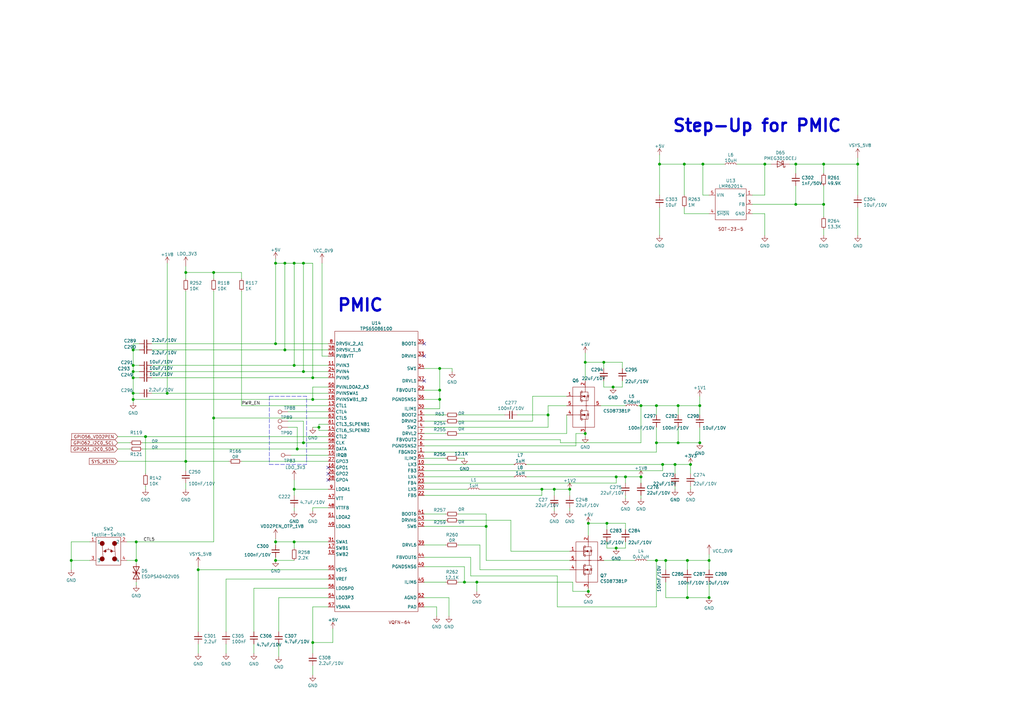
<source format=kicad_sch>
(kicad_sch (version 20210126) (generator eeschema)
  (paper "A3")
  (title_block (title "Beagle V") (date "2021-06-11") (rev "v0.7"))
  (junction (at 29.21 229.87) (diameter 1.016))
  (junction (at 54.61 143.51) (diameter 1.016))
  (junction (at 54.61 149.86) (diameter 1.016))
  (junction (at 54.61 152.4) (diameter 1.016))
  (junction (at 54.61 154.94) (diameter 1.016))
  (junction (at 54.61 161.29) (diameter 1.016))
  (junction (at 54.61 163.83) (diameter 1.016))
  (junction (at 55.88 222.25) (diameter 1.016))
  (junction (at 55.88 229.87) (diameter 1.016))
  (junction (at 59.69 179.07) (diameter 1.016))
  (junction (at 68.58 161.29) (diameter 1.016))
  (junction (at 76.2 111.76) (diameter 1.016))
  (junction (at 76.2 189.23) (diameter 1.016))
  (junction (at 81.28 233.68) (diameter 1.016))
  (junction (at 87.63 111.76) (diameter 1.016))
  (junction (at 87.63 171.45) (diameter 1.016))
  (junction (at 113.03 107.95) (diameter 1.016))
  (junction (at 113.03 140.97) (diameter 1.016))
  (junction (at 113.03 222.25) (diameter 1.016))
  (junction (at 113.03 229.87) (diameter 1.016))
  (junction (at 116.84 107.95) (diameter 1.016))
  (junction (at 116.84 143.51) (diameter 1.016))
  (junction (at 120.65 107.95) (diameter 1.016))
  (junction (at 120.65 149.86) (diameter 1.016))
  (junction (at 120.65 200.66) (diameter 1.016))
  (junction (at 120.65 222.25) (diameter 1.016))
  (junction (at 121.92 184.15) (diameter 1.016))
  (junction (at 124.46 107.95) (diameter 1.016))
  (junction (at 124.46 152.4) (diameter 1.016))
  (junction (at 124.46 181.61) (diameter 1.016))
  (junction (at 128.27 154.94) (diameter 1.016))
  (junction (at 128.27 163.83) (diameter 1.016))
  (junction (at 128.27 263.525) (diameter 1.016))
  (junction (at 130.81 175.26) (diameter 1.016))
  (junction (at 180.34 151.13) (diameter 1.016))
  (junction (at 180.34 160.02) (diameter 1.016))
  (junction (at 180.34 163.83) (diameter 1.016))
  (junction (at 190.5 238.76) (diameter 1.016))
  (junction (at 195.58 238.76) (diameter 1.016))
  (junction (at 199.39 215.9) (diameter 1.016))
  (junction (at 222.25 200.66) (diameter 1.016))
  (junction (at 224.79 170.18) (diameter 1.016))
  (junction (at 227.33 200.66) (diameter 1.016))
  (junction (at 233.68 200.66) (diameter 1.016))
  (junction (at 240.03 148.59) (diameter 1.016))
  (junction (at 240.03 177.8) (diameter 1.016))
  (junction (at 241.3 214.63) (diameter 1.016))
  (junction (at 241.3 242.57) (diameter 1.016))
  (junction (at 247.65 148.59) (diameter 1.016))
  (junction (at 248.92 214.63) (diameter 1.016))
  (junction (at 251.46 158.75) (diameter 1.016))
  (junction (at 252.73 195.58) (diameter 1.016))
  (junction (at 252.73 224.79) (diameter 1.016))
  (junction (at 256.54 195.58) (diameter 1.016))
  (junction (at 262.89 166.37) (diameter 1.016))
  (junction (at 262.89 195.58) (diameter 1.016))
  (junction (at 269.24 166.37) (diameter 1.016))
  (junction (at 269.24 181.61) (diameter 1.016))
  (junction (at 269.24 229.87) (diameter 1.016))
  (junction (at 270.51 67.31) (diameter 1.016))
  (junction (at 271.78 190.5) (diameter 1.016))
  (junction (at 273.05 229.87) (diameter 1.016))
  (junction (at 276.86 190.5) (diameter 1.016))
  (junction (at 278.13 166.37) (diameter 1.016))
  (junction (at 278.13 181.61) (diameter 1.016))
  (junction (at 280.67 67.31) (diameter 1.016))
  (junction (at 281.94 229.87) (diameter 1.016))
  (junction (at 281.94 245.11) (diameter 1.016))
  (junction (at 283.21 190.5) (diameter 1.016))
  (junction (at 287.02 166.37) (diameter 1.016))
  (junction (at 287.02 181.61) (diameter 1.016))
  (junction (at 288.29 67.31) (diameter 1.016))
  (junction (at 290.83 229.87) (diameter 1.016))
  (junction (at 290.83 245.11) (diameter 1.016))
  (junction (at 313.69 67.31) (diameter 1.016))
  (junction (at 326.39 67.31) (diameter 1.016))
  (junction (at 326.39 83.82) (diameter 1.016))
  (junction (at 337.82 67.31) (diameter 1.016))
  (junction (at 337.82 83.82) (diameter 1.016))
  (junction (at 351.79 67.31) (diameter 1.016))
  (no_connect (at 134.62 191.77))
  (no_connect (at 134.62 194.31))
  (no_connect (at 134.62 196.85))
  (no_connect (at 173.99 140.97))
  (no_connect (at 173.99 146.05))
  (no_connect (at 173.99 156.21))
  (wire (pts (xy 29.21 222.25) (xy 29.21 229.87)))
  (wire (pts (xy 29.21 229.87) (xy 29.21 233.68)))
  (wire (pts (xy 29.21 229.87) (xy 36.83 229.87)))
  (wire (pts (xy 36.83 222.25) (xy 29.21 222.25)))
  (wire (pts (xy 48.26 179.07) (xy 59.69 179.07)))
  (wire (pts (xy 48.26 181.61) (xy 53.34 181.61)))
  (wire (pts (xy 48.26 184.15) (xy 53.34 184.15)))
  (wire (pts (xy 48.26 189.23) (xy 76.2 189.23)))
  (wire (pts (xy 52.07 222.25) (xy 55.88 222.25)))
  (wire (pts (xy 52.07 229.87) (xy 55.88 229.87)))
  (wire (pts (xy 54.61 140.97) (xy 54.61 143.51)))
  (wire (pts (xy 54.61 143.51) (xy 54.61 149.86)))
  (wire (pts (xy 54.61 143.51) (xy 57.15 143.51)))
  (wire (pts (xy 54.61 149.86) (xy 54.61 152.4)))
  (wire (pts (xy 54.61 149.86) (xy 57.15 149.86)))
  (wire (pts (xy 54.61 152.4) (xy 54.61 154.94)))
  (wire (pts (xy 54.61 152.4) (xy 57.15 152.4)))
  (wire (pts (xy 54.61 154.94) (xy 54.61 161.29)))
  (wire (pts (xy 54.61 154.94) (xy 57.15 154.94)))
  (wire (pts (xy 54.61 161.29) (xy 54.61 163.83)))
  (wire (pts (xy 54.61 161.29) (xy 57.15 161.29)))
  (wire (pts (xy 54.61 163.83) (xy 54.61 165.1)))
  (wire (pts (xy 54.61 163.83) (xy 128.27 163.83)))
  (wire (pts (xy 55.88 222.25) (xy 55.88 229.87)))
  (wire (pts (xy 55.88 222.25) (xy 87.63 222.25)))
  (wire (pts (xy 55.88 229.87) (xy 55.88 231.14)))
  (wire (pts (xy 55.88 238.76) (xy 55.88 240.03)))
  (wire (pts (xy 57.15 140.97) (xy 54.61 140.97)))
  (wire (pts (xy 58.42 181.61) (xy 124.46 181.61)))
  (wire (pts (xy 58.42 184.15) (xy 121.92 184.15)))
  (wire (pts (xy 59.69 179.07) (xy 59.69 194.31)))
  (wire (pts (xy 59.69 179.07) (xy 134.62 179.07)))
  (wire (pts (xy 59.69 199.39) (xy 59.69 200.66)))
  (wire (pts (xy 62.23 140.97) (xy 113.03 140.97)))
  (wire (pts (xy 62.23 143.51) (xy 116.84 143.51)))
  (wire (pts (xy 62.23 149.86) (xy 120.65 149.86)))
  (wire (pts (xy 62.23 152.4) (xy 124.46 152.4)))
  (wire (pts (xy 62.23 154.94) (xy 128.27 154.94)))
  (wire (pts (xy 62.23 161.29) (xy 68.58 161.29)))
  (wire (pts (xy 68.58 107.95) (xy 68.58 161.29)))
  (wire (pts (xy 68.58 161.29) (xy 134.62 161.29)))
  (wire (pts (xy 76.2 109.22) (xy 76.2 111.76)))
  (wire (pts (xy 76.2 111.76) (xy 76.2 114.3)))
  (wire (pts (xy 76.2 111.76) (xy 87.63 111.76)))
  (wire (pts (xy 76.2 189.23) (xy 76.2 119.38)))
  (wire (pts (xy 76.2 189.23) (xy 76.2 193.04)))
  (wire (pts (xy 76.2 198.12) (xy 76.2 200.66)))
  (wire (pts (xy 81.28 232.41) (xy 81.28 233.68)))
  (wire (pts (xy 81.28 233.68) (xy 81.28 259.08)))
  (wire (pts (xy 81.28 264.16) (xy 81.28 267.97)))
  (wire (pts (xy 87.63 111.76) (xy 87.63 114.3)))
  (wire (pts (xy 87.63 111.76) (xy 99.06 111.76)))
  (wire (pts (xy 87.63 171.45) (xy 87.63 119.38)))
  (wire (pts (xy 87.63 222.25) (xy 87.63 171.45)))
  (wire (pts (xy 92.71 237.49) (xy 134.62 237.49)))
  (wire (pts (xy 92.71 259.08) (xy 92.71 237.49)))
  (wire (pts (xy 92.71 264.16) (xy 92.71 267.97)))
  (wire (pts (xy 93.98 189.23) (xy 76.2 189.23)))
  (wire (pts (xy 99.06 114.3) (xy 99.06 111.76)))
  (wire (pts (xy 99.06 166.37) (xy 99.06 119.38)))
  (wire (pts (xy 99.06 189.23) (xy 134.62 189.23)))
  (wire (pts (xy 104.14 241.3) (xy 104.14 259.08)))
  (wire (pts (xy 104.14 264.16) (xy 104.14 267.97)))
  (wire (pts (xy 113.03 106.045) (xy 113.03 107.95)))
  (wire (pts (xy 113.03 107.95) (xy 116.84 107.95)))
  (wire (pts (xy 113.03 140.97) (xy 113.03 107.95)))
  (wire (pts (xy 113.03 140.97) (xy 134.62 140.97)))
  (wire (pts (xy 113.03 220.98) (xy 113.03 222.25)))
  (wire (pts (xy 113.03 222.25) (xy 120.65 222.25)))
  (wire (pts (xy 113.03 223.52) (xy 113.03 222.25)))
  (wire (pts (xy 113.03 228.6) (xy 113.03 229.87)))
  (wire (pts (xy 113.03 229.87) (xy 120.65 229.87)))
  (wire (pts (xy 114.3 245.11) (xy 134.62 245.11)))
  (wire (pts (xy 114.3 259.08) (xy 114.3 245.11)))
  (wire (pts (xy 114.3 264.16) (xy 114.3 269.24)))
  (wire (pts (xy 116.84 107.95) (xy 116.84 143.51)))
  (wire (pts (xy 116.84 143.51) (xy 134.62 143.51)))
  (wire (pts (xy 118.11 168.91) (xy 134.62 168.91)))
  (wire (pts (xy 118.11 172.72) (xy 124.46 172.72)))
  (wire (pts (xy 118.11 175.26) (xy 121.92 175.26)))
  (wire (pts (xy 119.38 186.69) (xy 134.62 186.69)))
  (wire (pts (xy 120.65 107.95) (xy 116.84 107.95)))
  (wire (pts (xy 120.65 107.95) (xy 124.46 107.95)))
  (wire (pts (xy 120.65 149.86) (xy 120.65 107.95)))
  (wire (pts (xy 120.65 149.86) (xy 134.62 149.86)))
  (wire (pts (xy 120.65 196.85) (xy 120.65 200.66)))
  (wire (pts (xy 120.65 200.66) (xy 120.65 203.2)))
  (wire (pts (xy 120.65 208.28) (xy 120.65 209.55)))
  (wire (pts (xy 120.65 222.25) (xy 120.65 224.79)))
  (wire (pts (xy 120.65 222.25) (xy 134.62 222.25)))
  (wire (pts (xy 121.92 175.26) (xy 121.92 184.15)))
  (wire (pts (xy 121.92 184.15) (xy 134.62 184.15)))
  (wire (pts (xy 124.46 107.95) (xy 128.27 107.95)))
  (wire (pts (xy 124.46 152.4) (xy 124.46 107.95)))
  (wire (pts (xy 124.46 152.4) (xy 134.62 152.4)))
  (wire (pts (xy 124.46 172.72) (xy 124.46 181.61)))
  (wire (pts (xy 124.46 181.61) (xy 134.62 181.61)))
  (wire (pts (xy 128.27 154.94) (xy 128.27 107.95)))
  (wire (pts (xy 128.27 154.94) (xy 134.62 154.94)))
  (wire (pts (xy 128.27 158.75) (xy 128.27 163.83)))
  (wire (pts (xy 128.27 163.83) (xy 134.62 163.83)))
  (wire (pts (xy 128.27 175.26) (xy 130.81 175.26)))
  (wire (pts (xy 128.27 208.28) (xy 134.62 208.28)))
  (wire (pts (xy 128.27 209.55) (xy 128.27 208.28)))
  (wire (pts (xy 128.27 248.92) (xy 134.62 248.92)))
  (wire (pts (xy 128.27 263.525) (xy 128.27 248.92)))
  (wire (pts (xy 128.27 263.525) (xy 136.525 263.525)))
  (wire (pts (xy 128.27 267.97) (xy 128.27 263.525)))
  (wire (pts (xy 128.27 273.05) (xy 128.27 276.86)))
  (wire (pts (xy 130.81 173.99) (xy 134.62 173.99)))
  (wire (pts (xy 130.81 175.26) (xy 130.81 173.99)))
  (wire (pts (xy 130.81 176.53) (xy 130.81 175.26)))
  (wire (pts (xy 132.08 107.95) (xy 132.08 146.05)))
  (wire (pts (xy 134.62 146.05) (xy 132.08 146.05)))
  (wire (pts (xy 134.62 158.75) (xy 128.27 158.75)))
  (wire (pts (xy 134.62 166.37) (xy 99.06 166.37)))
  (wire (pts (xy 134.62 171.45) (xy 87.63 171.45)))
  (wire (pts (xy 134.62 176.53) (xy 130.81 176.53)))
  (wire (pts (xy 134.62 200.66) (xy 120.65 200.66)))
  (wire (pts (xy 134.62 233.68) (xy 81.28 233.68)))
  (wire (pts (xy 134.62 241.3) (xy 104.14 241.3)))
  (wire (pts (xy 136.525 257.81) (xy 136.525 263.525)))
  (wire (pts (xy 173.99 151.13) (xy 180.34 151.13)))
  (wire (pts (xy 173.99 160.02) (xy 180.34 160.02)))
  (wire (pts (xy 173.99 163.83) (xy 180.34 163.83)))
  (wire (pts (xy 173.99 170.18) (xy 182.88 170.18)))
  (wire (pts (xy 173.99 172.72) (xy 182.88 172.72)))
  (wire (pts (xy 173.99 175.26) (xy 224.79 175.26)))
  (wire (pts (xy 173.99 177.8) (xy 182.88 177.8)))
  (wire (pts (xy 173.99 180.34) (xy 229.87 180.34)))
  (wire (pts (xy 173.99 182.88) (xy 236.22 182.88)))
  (wire (pts (xy 173.99 185.42) (xy 269.24 185.42)))
  (wire (pts (xy 173.99 187.96) (xy 182.88 187.96)))
  (wire (pts (xy 173.99 190.5) (xy 210.82 190.5)))
  (wire (pts (xy 173.99 193.04) (xy 271.78 193.04)))
  (wire (pts (xy 173.99 195.58) (xy 210.82 195.58)))
  (wire (pts (xy 173.99 198.12) (xy 252.73 198.12)))
  (wire (pts (xy 173.99 200.66) (xy 191.77 200.66)))
  (wire (pts (xy 173.99 203.2) (xy 222.25 203.2)))
  (wire (pts (xy 173.99 210.82) (xy 182.88 210.82)))
  (wire (pts (xy 173.99 213.36) (xy 182.88 213.36)))
  (wire (pts (xy 173.99 215.9) (xy 199.39 215.9)))
  (wire (pts (xy 173.99 223.52) (xy 182.88 223.52)))
  (wire (pts (xy 173.99 228.6) (xy 193.04 228.6)))
  (wire (pts (xy 173.99 232.41) (xy 190.5 232.41)))
  (wire (pts (xy 173.99 238.76) (xy 182.88 238.76)))
  (wire (pts (xy 173.99 245.11) (xy 184.15 245.11)))
  (wire (pts (xy 173.99 248.92) (xy 179.07 248.92)))
  (wire (pts (xy 179.07 248.92) (xy 179.07 252.73)))
  (wire (pts (xy 180.34 151.13) (xy 180.34 160.02)))
  (wire (pts (xy 180.34 160.02) (xy 180.34 163.83)))
  (wire (pts (xy 180.34 163.83) (xy 180.34 167.64)))
  (wire (pts (xy 180.34 167.64) (xy 173.99 167.64)))
  (wire (pts (xy 184.15 245.11) (xy 184.15 252.73)))
  (wire (pts (xy 185.42 151.13) (xy 180.34 151.13)))
  (wire (pts (xy 185.42 152.4) (xy 185.42 151.13)))
  (wire (pts (xy 187.96 170.18) (xy 207.01 170.18)))
  (wire (pts (xy 187.96 172.72) (xy 218.44 172.72)))
  (wire (pts (xy 187.96 177.8) (xy 232.41 177.8)))
  (wire (pts (xy 187.96 187.96) (xy 190.5 187.96)))
  (wire (pts (xy 187.96 213.36) (xy 209.55 213.36)))
  (wire (pts (xy 187.96 223.52) (xy 196.85 223.52)))
  (wire (pts (xy 187.96 238.76) (xy 190.5 238.76)))
  (wire (pts (xy 190.5 232.41) (xy 190.5 238.76)))
  (wire (pts (xy 190.5 238.76) (xy 195.58 238.76)))
  (wire (pts (xy 193.04 228.6) (xy 193.04 236.22)))
  (wire (pts (xy 193.04 236.22) (xy 228.6 236.22)))
  (wire (pts (xy 195.58 238.76) (xy 234.95 238.76)))
  (wire (pts (xy 195.58 242.57) (xy 195.58 238.76)))
  (wire (pts (xy 196.85 200.66) (xy 222.25 200.66)))
  (wire (pts (xy 196.85 223.52) (xy 196.85 233.68)))
  (wire (pts (xy 196.85 233.68) (xy 233.68 233.68)))
  (wire (pts (xy 199.39 210.82) (xy 187.96 210.82)))
  (wire (pts (xy 199.39 215.9) (xy 199.39 210.82)))
  (wire (pts (xy 199.39 229.87) (xy 199.39 215.9)))
  (wire (pts (xy 209.55 213.36) (xy 209.55 226.06)))
  (wire (pts (xy 209.55 226.06) (xy 233.68 226.06)))
  (wire (pts (xy 212.09 170.18) (xy 224.79 170.18)))
  (wire (pts (xy 218.44 162.56) (xy 232.41 162.56)))
  (wire (pts (xy 218.44 172.72) (xy 218.44 162.56)))
  (wire (pts (xy 222.25 200.66) (xy 227.33 200.66)))
  (wire (pts (xy 222.25 203.2) (xy 222.25 200.66)))
  (wire (pts (xy 224.79 166.37) (xy 232.41 166.37)))
  (wire (pts (xy 224.79 170.18) (xy 224.79 166.37)))
  (wire (pts (xy 224.79 175.26) (xy 224.79 170.18)))
  (wire (pts (xy 227.33 200.66) (xy 227.33 203.2)))
  (wire (pts (xy 227.33 200.66) (xy 233.68 200.66)))
  (wire (pts (xy 227.33 208.28) (xy 227.33 209.55)))
  (wire (pts (xy 228.6 236.22) (xy 228.6 248.92)))
  (wire (pts (xy 228.6 248.92) (xy 269.24 248.92)))
  (wire (pts (xy 229.87 180.34) (xy 229.87 181.61)))
  (wire (pts (xy 229.87 181.61) (xy 262.89 181.61)))
  (wire (pts (xy 232.41 177.8) (xy 232.41 170.18)))
  (wire (pts (xy 233.68 200.66) (xy 233.68 203.2)))
  (wire (pts (xy 233.68 208.28) (xy 233.68 209.55)))
  (wire (pts (xy 233.68 229.87) (xy 199.39 229.87)))
  (wire (pts (xy 234.95 238.76) (xy 234.95 242.57)))
  (wire (pts (xy 234.95 242.57) (xy 241.3 242.57)))
  (wire (pts (xy 236.22 177.8) (xy 240.03 177.8)))
  (wire (pts (xy 236.22 182.88) (xy 236.22 177.8)))
  (wire (pts (xy 240.03 144.78) (xy 240.03 148.59)))
  (wire (pts (xy 240.03 148.59) (xy 240.03 156.21)))
  (wire (pts (xy 240.03 177.8) (xy 240.03 179.07)))
  (wire (pts (xy 241.3 214.63) (xy 241.3 219.71)))
  (wire (pts (xy 241.3 242.57) (xy 241.3 241.3)))
  (wire (pts (xy 246.38 166.37) (xy 256.54 166.37)))
  (wire (pts (xy 247.65 148.59) (xy 240.03 148.59)))
  (wire (pts (xy 247.65 148.59) (xy 255.27 148.59)))
  (wire (pts (xy 247.65 151.13) (xy 247.65 148.59)))
  (wire (pts (xy 247.65 156.21) (xy 247.65 158.75)))
  (wire (pts (xy 247.65 158.75) (xy 251.46 158.75)))
  (wire (pts (xy 247.65 229.87) (xy 260.35 229.87)))
  (wire (pts (xy 248.92 214.63) (xy 241.3 214.63)))
  (wire (pts (xy 248.92 214.63) (xy 256.54 214.63)))
  (wire (pts (xy 248.92 217.17) (xy 248.92 214.63)))
  (wire (pts (xy 248.92 222.25) (xy 248.92 224.79)))
  (wire (pts (xy 248.92 224.79) (xy 252.73 224.79)))
  (wire (pts (xy 251.46 158.75) (xy 255.27 158.75)))
  (wire (pts (xy 252.73 195.58) (xy 215.9 195.58)))
  (wire (pts (xy 252.73 195.58) (xy 256.54 195.58)))
  (wire (pts (xy 252.73 198.12) (xy 252.73 195.58)))
  (wire (pts (xy 252.73 224.79) (xy 256.54 224.79)))
  (wire (pts (xy 255.27 148.59) (xy 255.27 151.13)))
  (wire (pts (xy 255.27 158.75) (xy 255.27 156.21)))
  (wire (pts (xy 256.54 195.58) (xy 256.54 198.12)))
  (wire (pts (xy 256.54 195.58) (xy 262.89 195.58)))
  (wire (pts (xy 256.54 203.2) (xy 256.54 204.47)))
  (wire (pts (xy 256.54 214.63) (xy 256.54 217.17)))
  (wire (pts (xy 256.54 224.79) (xy 256.54 222.25)))
  (wire (pts (xy 262.89 166.37) (xy 261.62 166.37)))
  (wire (pts (xy 262.89 181.61) (xy 262.89 166.37)))
  (wire (pts (xy 262.89 195.58) (xy 262.89 198.12)))
  (wire (pts (xy 262.89 203.2) (xy 262.89 204.47)))
  (wire (pts (xy 265.43 229.87) (xy 269.24 229.87)))
  (wire (pts (xy 269.24 166.37) (xy 262.89 166.37)))
  (wire (pts (xy 269.24 166.37) (xy 269.24 170.18)))
  (wire (pts (xy 269.24 175.26) (xy 269.24 181.61)))
  (wire (pts (xy 269.24 185.42) (xy 269.24 181.61)))
  (wire (pts (xy 269.24 229.87) (xy 273.05 229.87)))
  (wire (pts (xy 269.24 248.92) (xy 269.24 229.87)))
  (wire (pts (xy 270.51 63.5) (xy 270.51 67.31)))
  (wire (pts (xy 270.51 67.31) (xy 280.67 67.31)))
  (wire (pts (xy 270.51 80.01) (xy 270.51 67.31)))
  (wire (pts (xy 270.51 85.09) (xy 270.51 96.52)))
  (wire (pts (xy 271.78 190.5) (xy 215.9 190.5)))
  (wire (pts (xy 271.78 190.5) (xy 276.86 190.5)))
  (wire (pts (xy 271.78 193.04) (xy 271.78 190.5)))
  (wire (pts (xy 273.05 229.87) (xy 273.05 233.68)))
  (wire (pts (xy 273.05 238.76) (xy 273.05 245.11)))
  (wire (pts (xy 276.86 190.5) (xy 276.86 194.31)))
  (wire (pts (xy 276.86 190.5) (xy 283.21 190.5)))
  (wire (pts (xy 276.86 199.39) (xy 276.86 200.66)))
  (wire (pts (xy 278.13 166.37) (xy 269.24 166.37)))
  (wire (pts (xy 278.13 166.37) (xy 278.13 170.18)))
  (wire (pts (xy 278.13 175.26) (xy 278.13 181.61)))
  (wire (pts (xy 278.13 181.61) (xy 269.24 181.61)))
  (wire (pts (xy 280.67 67.31) (xy 288.29 67.31)))
  (wire (pts (xy 280.67 80.01) (xy 280.67 67.31)))
  (wire (pts (xy 280.67 87.63) (xy 280.67 85.09)))
  (wire (pts (xy 281.94 229.87) (xy 273.05 229.87)))
  (wire (pts (xy 281.94 229.87) (xy 281.94 233.68)))
  (wire (pts (xy 281.94 238.76) (xy 281.94 245.11)))
  (wire (pts (xy 281.94 245.11) (xy 273.05 245.11)))
  (wire (pts (xy 283.21 190.5) (xy 283.21 194.31)))
  (wire (pts (xy 283.21 199.39) (xy 283.21 200.66)))
  (wire (pts (xy 287.02 162.56) (xy 287.02 166.37)))
  (wire (pts (xy 287.02 166.37) (xy 278.13 166.37)))
  (wire (pts (xy 287.02 170.18) (xy 287.02 166.37)))
  (wire (pts (xy 287.02 175.26) (xy 287.02 181.61)))
  (wire (pts (xy 287.02 181.61) (xy 278.13 181.61)))
  (wire (pts (xy 288.29 67.31) (xy 297.18 67.31)))
  (wire (pts (xy 288.29 80.01) (xy 288.29 67.31)))
  (wire (pts (xy 290.83 80.01) (xy 288.29 80.01)))
  (wire (pts (xy 290.83 87.63) (xy 280.67 87.63)))
  (wire (pts (xy 290.83 227.33) (xy 290.83 229.87)))
  (wire (pts (xy 290.83 229.87) (xy 281.94 229.87)))
  (wire (pts (xy 290.83 233.68) (xy 290.83 229.87)))
  (wire (pts (xy 290.83 238.76) (xy 290.83 245.11)))
  (wire (pts (xy 290.83 245.11) (xy 281.94 245.11)))
  (wire (pts (xy 302.26 67.31) (xy 313.69 67.31)))
  (wire (pts (xy 308.61 87.63) (xy 313.69 87.63)))
  (wire (pts (xy 313.69 67.31) (xy 313.69 80.01)))
  (wire (pts (xy 313.69 67.31) (xy 316.23 67.31)))
  (wire (pts (xy 313.69 80.01) (xy 308.61 80.01)))
  (wire (pts (xy 313.69 87.63) (xy 313.69 96.52)))
  (wire (pts (xy 323.85 67.31) (xy 326.39 67.31)))
  (wire (pts (xy 326.39 67.31) (xy 326.39 71.12)))
  (wire (pts (xy 326.39 67.31) (xy 337.82 67.31)))
  (wire (pts (xy 326.39 76.2) (xy 326.39 83.82)))
  (wire (pts (xy 326.39 83.82) (xy 308.61 83.82)))
  (wire (pts (xy 337.82 67.31) (xy 337.82 71.12)))
  (wire (pts (xy 337.82 67.31) (xy 351.79 67.31)))
  (wire (pts (xy 337.82 76.2) (xy 337.82 83.82)))
  (wire (pts (xy 337.82 83.82) (xy 326.39 83.82)))
  (wire (pts (xy 337.82 83.82) (xy 337.82 88.9)))
  (wire (pts (xy 337.82 93.98) (xy 337.82 96.52)))
  (wire (pts (xy 351.79 64.77) (xy 351.79 67.31)))
  (wire (pts (xy 351.79 67.31) (xy 351.79 80.01)))
  (wire (pts (xy 351.79 85.09) (xy 351.79 96.52)))
  (polyline (pts (xy 110.49 162.56) (xy 110.49 187.96)) (stroke (width 0) (type dash)))
  (polyline (pts (xy 110.49 162.56) (xy 125.73 162.56)) (stroke (width 0) (type dash)))
  (polyline (pts (xy 110.49 187.96) (xy 110.49 190.5)) (stroke (width 0) (type dash)))
  (polyline (pts (xy 110.49 190.5) (xy 125.73 190.5)) (stroke (width 0) (type dash)))
  (polyline (pts (xy 125.73 187.96) (xy 125.73 162.56)) (stroke (width 0) (type dash)))
  (polyline (pts (xy 125.73 187.96) (xy 125.73 190.5)) (stroke (width 0) (type dash)))
  (text "PMIC\n" (at 157.48 128.27 180) (effects (font (size 5 5) (thickness 1) bold) (justify right bottom)))
  (text "Step-Up for PMIC" (at 345.44 54.61 180) (effects (font (size 5 5) (thickness 1) bold) (justify right bottom)))
  (label "CTL5" (at 63.5 222.25 180))
  (label "PWR_EN" (at 99.06 166.37 0))
  (global_label "GPIO56_VDD2PEN" (shape input) (at 48.26 179.07 180) (property "Intersheet References" "${INTERSHEET_REFS}" (effects hide)))
  (global_label "GPIO62_I2C0_SCL" (shape input) (at 48.26 181.61 180) (property "Intersheet References" "${INTERSHEET_REFS}" (effects hide)))
  (global_label "GPIO61_I2C0_SDA" (shape input) (at 48.26 184.15 180) (property "Intersheet References" "${INTERSHEET_REFS}" (effects hide)))
  (global_label "SYS_RSTN" (shape input) (at 48.26 189.23 180) (property "Intersheet References" "${INTERSHEET_REFS}" (effects hide)))
  (symbol (lib_id "power:+1V8") (at 68.58 107.95 0) (unit 1)
    (property "Reference" "#PWR0118" (effects hide))
    (property "Value" "+1V8" (at 68.58 104.4026 0))
  )
  (symbol (lib_id "power:+5V") (at 113.03 106.045 0) (unit 1)
    (property "Reference" "#PWR0117" (effects hide))
    (property "Value" "+5V" (at 113.03 102.4976 0))
  )
  (symbol (lib_id "power:+5V") (at 136.525 257.81 0) (unit 1)
    (property "Reference" "#PWR0126" (effects hide))
    (property "Value" "+5V" (at 136.525 254.2626 0))
  )
  (symbol (lib_id "power:+1V2") (at 233.68 200.66 0) (unit 1)
    (property "Reference" "#PWR0104" (effects hide))
    (property "Value" "+1V2" (at 233.68 197.1126 0))
  )
  (symbol (lib_id "power:+5V") (at 240.03 144.78 0) (unit 1)
    (property "Reference" "#PWR0137" (effects hide))
    (property "Value" "+5V" (at 240.03 141.2326 0))
  )
  (symbol (lib_id "power:+5V") (at 241.3 214.63 0) (unit 1)
    (property "Reference" "#PWR0105" (effects hide))
    (property "Value" "+5V" (at 241.3 211.0826 0))
  )
  (symbol (lib_id "power:+1V8") (at 262.89 195.58 0) (unit 1)
    (property "Reference" "#PWR0134" (effects hide))
    (property "Value" "+1V8" (at 262.89 192.0326 0))
  )
  (symbol (lib_id "power:+5V") (at 270.51 63.5 0) (unit 1)
    (property "Reference" "#PWR0142" (effects hide))
    (property "Value" "+5V" (at 270.51 59.9526 0))
  )
  (symbol (lib_id "power:+3V3") (at 283.21 190.5 0) (unit 1)
    (property "Reference" "#PWR0140" (effects hide))
    (property "Value" "+3V3" (at 283.21 186.9526 0))
  )
  (symbol (lib_id "power:+1V1") (at 287.02 162.56 0) (unit 1)
    (property "Reference" "#PWR0141" (effects hide))
    (property "Value" "+1V1" (at 287.02 159.0126 0))
  )
  (symbol (lib_id "Device:L_Small") (at 194.31 200.66 90) (unit 1)
    (property "Reference" "L1" (at 194.31 196.8458 90))
    (property "Value" "1uH" (at 194.31 199.1445 90))
    (property "Footprint" "BeagleV:WPN201610H_2x1.6" (effects hide))
  )
  (symbol (lib_id "Device:L_Small") (at 213.36 190.5 90) (unit 1)
    (property "Reference" "L7" (at 213.36 186.6858 90))
    (property "Value" "1uH" (at 213.36 188.9845 90))
    (property "Footprint" "BeagleV:WPN201610H_2x1.6" (effects hide))
  )
  (symbol (lib_id "Device:L_Small") (at 213.36 195.58 90) (unit 1)
    (property "Reference" "L8" (at 213.36 191.7658 90))
    (property "Value" "1uH" (at 213.36 194.0645 90))
    (property "Footprint" "BeagleV:WPN201610H_2x1.6" (effects hide))
  )
  (symbol (lib_id "Device:L_Small") (at 259.08 166.37 90) (unit 1)
    (property "Reference" "L5" (at 259.08 162.5558 90))
    (property "Value" "0.56uH" (at 259.08 164.8545 90))
    (property "Footprint" "BeagleV:Codaca_4.4x4.4" (effects hide))
  )
  (symbol (lib_id "Device:L_Small") (at 262.89 229.87 90) (unit 1)
    (property "Reference" "L4" (at 262.89 226.0558 90))
    (property "Value" "0.47uH" (at 262.89 228.3545 90))
    (property "Footprint" "BeagleV:Codaca_4.4x4.4" (effects hide))
  )
  (symbol (lib_id "Device:L_Small") (at 299.72 67.31 90) (unit 1)
    (property "Reference" "L6" (at 299.72 63.4958 90))
    (property "Value" "10uH" (at 299.72 65.7945 90))
    (property "Footprint" "Inductor_SMD:L_0805_2012Metric_Pad1.05x1.20mm_HandSolder" (effects hide))
  )
  (symbol (lib_id "BeagleV:LDO_3V3") (at 76.2 110.49 0) (unit 1)
    (property "Reference" "#P01" (effects hide))
    (property "Value" "LDO_3V3" (at 72.5171 104.084 0) (effects (justify left)))
  )
  (symbol (lib_id "BeagleV:VSYS_5V8") (at 81.28 232.41 0) (unit 1)
    (property "Reference" "#P02" (effects hide))
    (property "Value" "VSYS_5V8" (at 77.5971 227.274 0) (effects (justify left)))
  )
  (symbol (lib_id "BeagleV:VDD2PEN_OTP_1V8") (at 113.03 223.52 0) (unit 1)
    (property "Reference" "#P03" (effects hide))
    (property "Value" "VDD2PEN_OTP_1V8" (at 106.8071 215.844 0) (effects (justify left)))
  )
  (symbol (lib_id "BeagleV:LDO_3V3") (at 120.65 198.12 0) (unit 1)
    (property "Reference" "#P04" (effects hide))
    (property "Value" "LDO_3V3" (at 116.9671 191.714 0) (effects (justify left)))
  )
  (symbol (lib_id "BeagleV:VCC_0V9") (at 132.08 110.49 0) (unit 1)
    (property "Reference" "#P05" (effects hide))
    (property "Value" "VCC_0V9" (at 128.3971 102.814 0) (effects (justify left)))
  )
  (symbol (lib_id "BeagleV:VCC_0V9") (at 290.83 229.87 0) (unit 1)
    (property "Reference" "#P07" (effects hide))
    (property "Value" "VCC_0V9" (at 292.2271 226.004 0) (effects (justify left)))
  )
  (symbol (lib_id "BeagleV:VSYS_5V8") (at 351.79 64.77 0) (unit 1)
    (property "Reference" "#P08" (effects hide))
    (property "Value" "VSYS_5V8" (at 348.1071 59.634 0) (effects (justify left)))
  )
  (symbol (lib_id "Connector:TestPoint") (at 118.11 168.91 90) (unit 1)
    (property "Reference" "TP88" (at 118.8085 167.3818 90))
    (property "Value" "TestPoint" (effects hide))
  )
  (symbol (lib_id "Connector:TestPoint") (at 118.11 172.72 90) (unit 1)
    (property "Reference" "TP89" (at 117.5385 171.1918 90))
    (property "Value" "TestPoint" (effects hide))
  )
  (symbol (lib_id "Connector:TestPoint") (at 118.11 175.26 90) (unit 1)
    (property "Reference" "TP90" (at 117.5385 177.5418 90))
    (property "Value" "TestPoint" (effects hide))
  )
  (symbol (lib_id "Connector:TestPoint") (at 119.38 186.69 90) (unit 1)
    (property "Reference" "TP83" (at 118.8085 188.9718 90))
    (property "Value" "TestPoint" (effects hide))
  )
  (symbol (lib_id "power:GND") (at 29.21 233.68 0) (unit 1)
    (property "Reference" "#PWR0120" (effects hide))
    (property "Value" "GND" (at 29.21 238.0044 0))
  )
  (symbol (lib_id "power:GND") (at 54.61 165.1 0) (unit 1)
    (property "Reference" "#PWR0123" (effects hide))
    (property "Value" "GND" (at 54.61 169.4244 0))
  )
  (symbol (lib_id "power:GND") (at 55.88 240.03 0) (unit 1)
    (property "Reference" "#PWR0121" (effects hide))
    (property "Value" "GND" (at 55.88 244.3544 0))
  )
  (symbol (lib_id "power:GND") (at 59.69 200.66 0) (unit 1)
    (property "Reference" "#PWR0122" (effects hide))
    (property "Value" "GND" (at 59.69 204.9844 0))
  )
  (symbol (lib_id "power:GND") (at 76.2 200.66 0) (unit 1)
    (property "Reference" "#PWR0119" (effects hide))
    (property "Value" "GND" (at 76.2 204.9844 0))
  )
  (symbol (lib_id "power:GND") (at 81.28 267.97 0) (unit 1)
    (property "Reference" "#PWR0129" (effects hide))
    (property "Value" "GND" (at 81.28 272.2944 0))
  )
  (symbol (lib_id "power:GND") (at 92.71 267.97 0) (unit 1)
    (property "Reference" "#PWR0128" (effects hide))
    (property "Value" "GND" (at 92.71 272.2944 0))
  )
  (symbol (lib_id "power:GND") (at 104.14 267.97 0) (unit 1)
    (property "Reference" "#PWR0125" (effects hide))
    (property "Value" "GND" (at 104.14 272.2944 0))
  )
  (symbol (lib_id "power:GND") (at 113.03 229.87 0) (unit 1)
    (property "Reference" "#PWR0130" (effects hide))
    (property "Value" "GND" (at 113.03 234.1944 0))
  )
  (symbol (lib_id "power:GND") (at 114.3 269.24 0) (unit 1)
    (property "Reference" "#PWR0124" (effects hide))
    (property "Value" "GND" (at 114.3 273.5644 0))
  )
  (symbol (lib_id "power:GND") (at 120.65 209.55 0) (unit 1)
    (property "Reference" "#PWR0132" (effects hide))
    (property "Value" "GND" (at 120.65 213.8744 0))
  )
  (symbol (lib_id "power:GND") (at 128.27 175.26 0) (unit 1)
    (property "Reference" "#PWR0131" (effects hide))
    (property "Value" "GND" (at 128.27 179.5844 0))
  )
  (symbol (lib_id "power:GND") (at 128.27 209.55 0) (unit 1)
    (property "Reference" "#PWR0133" (effects hide))
    (property "Value" "GND" (at 128.27 213.8744 0))
  )
  (symbol (lib_id "power:GND") (at 128.27 276.86 0) (unit 1)
    (property "Reference" "#PWR0127" (effects hide))
    (property "Value" "GND" (at 128.27 281.1844 0))
  )
  (symbol (lib_id "power:GND") (at 179.07 252.73 0) (unit 1)
    (property "Reference" "#PWR0114" (effects hide))
    (property "Value" "GND" (at 179.07 257.0544 0))
  )
  (symbol (lib_id "power:GND") (at 184.15 252.73 0) (unit 1)
    (property "Reference" "#PWR0115" (effects hide))
    (property "Value" "GND" (at 184.15 257.0544 0))
  )
  (symbol (lib_id "power:GND") (at 185.42 152.4 0) (unit 1)
    (property "Reference" "#PWR0107" (effects hide))
    (property "Value" "GND" (at 185.42 156.7244 0))
  )
  (symbol (lib_id "power:GND") (at 190.5 187.96 0) (unit 1)
    (property "Reference" "#PWR0108" (effects hide))
    (property "Value" "GND" (at 190.5 192.2844 0))
  )
  (symbol (lib_id "power:GND") (at 195.58 242.57 0) (unit 1)
    (property "Reference" "#PWR0113" (effects hide))
    (property "Value" "GND" (at 195.58 246.8944 0))
  )
  (symbol (lib_id "power:GND") (at 227.33 209.55 0) (unit 1)
    (property "Reference" "#PWR0116" (effects hide))
    (property "Value" "GND" (at 227.33 213.8744 0))
  )
  (symbol (lib_id "power:GND") (at 233.68 209.55 0) (unit 1)
    (property "Reference" "#PWR0102" (effects hide))
    (property "Value" "GND" (at 233.68 213.8744 0))
  )
  (symbol (lib_id "power:GND") (at 240.03 179.07 0) (unit 1)
    (property "Reference" "#PWR0135" (effects hide))
    (property "Value" "GND" (at 240.03 183.3944 0))
  )
  (symbol (lib_id "power:GND") (at 241.3 242.57 0) (unit 1)
    (property "Reference" "#PWR0101" (effects hide))
    (property "Value" "GND" (at 241.3 246.8944 0))
  )
  (symbol (lib_id "power:GND") (at 251.46 158.75 0) (unit 1)
    (property "Reference" "#PWR0136" (effects hide))
    (property "Value" "GND" (at 251.46 163.0744 0))
  )
  (symbol (lib_id "power:GND") (at 252.73 224.79 0) (unit 1)
    (property "Reference" "#PWR0106" (effects hide))
    (property "Value" "GND" (at 252.73 229.1144 0))
  )
  (symbol (lib_id "power:GND") (at 256.54 204.47 0) (unit 1)
    (property "Reference" "#PWR0103" (effects hide))
    (property "Value" "GND" (at 256.54 208.7944 0))
  )
  (symbol (lib_id "power:GND") (at 262.89 204.47 0) (unit 1)
    (property "Reference" "#PWR0111" (effects hide))
    (property "Value" "GND" (at 262.89 208.7944 0))
  )
  (symbol (lib_id "power:GND") (at 270.51 96.52 0) (unit 1)
    (property "Reference" "#PWR0138" (effects hide))
    (property "Value" "GND" (at 270.51 100.8444 0))
  )
  (symbol (lib_id "power:GND") (at 276.86 200.66 0) (unit 1)
    (property "Reference" "#PWR0110" (effects hide))
    (property "Value" "GND" (at 276.86 204.9844 0))
  )
  (symbol (lib_id "power:GND") (at 283.21 200.66 0) (unit 1)
    (property "Reference" "#PWR0112" (effects hide))
    (property "Value" "GND" (at 283.21 204.9844 0))
  )
  (symbol (lib_id "power:GND") (at 287.02 181.61 0) (unit 1)
    (property "Reference" "#PWR0139" (effects hide))
    (property "Value" "GND" (at 287.02 185.9344 0))
  )
  (symbol (lib_id "power:GND") (at 290.83 245.11 0) (unit 1)
    (property "Reference" "#PWR0109" (effects hide))
    (property "Value" "GND" (at 290.83 249.4344 0))
  )
  (symbol (lib_id "power:GND") (at 313.69 96.52 0) (unit 1)
    (property "Reference" "#PWR0143" (effects hide))
    (property "Value" "GND" (at 313.69 100.8444 0))
  )
  (symbol (lib_id "power:GND") (at 337.82 96.52 0) (unit 1)
    (property "Reference" "#PWR0144" (effects hide))
    (property "Value" "GND" (at 337.82 100.8444 0))
  )
  (symbol (lib_id "power:GND") (at 351.79 96.52 0) (unit 1)
    (property "Reference" "#PWR0145" (effects hide))
    (property "Value" "GND" (at 351.79 100.8444 0))
  )
  (symbol (lib_id "Device:R_Small") (at 55.88 181.61 270) (unit 1)
    (property "Reference" "R119" (at 55.88 177.4402 90))
    (property "Value" "0R" (at 63.5 181.0089 90))
    (property "Footprint" "Resistor_SMD:R_0402_1005Metric" (effects hide))
  )
  (symbol (lib_id "Device:R_Small") (at 55.88 184.15 270) (unit 1)
    (property "Reference" "R121" (at 55.88 186.3302 90))
    (property "Value" "0R" (at 63.5 183.5489 90))
    (property "Footprint" "Resistor_SMD:R_0402_1005Metric" (effects hide))
  )
  (symbol (lib_id "Device:R_Small") (at 59.69 196.85 180) (unit 1)
    (property "Reference" "R142" (at 61.1887 196.0891 0) (effects (justify right)))
    (property "Value" "10K" (at 61.1887 198.3878 0) (effects (justify right)))
    (property "Footprint" "Resistor_SMD:R_0402_1005Metric" (effects hide))
  )
  (symbol (lib_id "Device:R_Small") (at 76.2 116.84 0) (unit 1)
    (property "Reference" "R252" (at 77.6987 116.0791 0) (effects (justify left)))
    (property "Value" "10K" (at 77.6987 118.3778 0) (effects (justify left)))
    (property "Footprint" "Resistor_SMD:R_0402_1005Metric" (effects hide))
  )
  (symbol (lib_id "Device:R_Small") (at 87.63 116.84 0) (unit 1)
    (property "Reference" "R118" (at 89.1287 116.0791 0) (effects (justify left)))
    (property "Value" "10K" (at 89.1287 118.3778 0) (effects (justify left)))
    (property "Footprint" "Resistor_SMD:R_0402_1005Metric" (effects hide))
  )
  (symbol (lib_id "Device:R_Small") (at 96.52 189.23 90) (unit 1)
    (property "Reference" "R166" (at 96.52 185.0602 90))
    (property "Value" "0R" (at 96.52 187.3589 90))
    (property "Footprint" "Resistor_SMD:R_0402_1005Metric" (effects hide))
  )
  (symbol (lib_id "Device:R_Small") (at 99.06 116.84 0) (unit 1)
    (property "Reference" "R117" (at 100.5587 116.0791 0) (effects (justify left)))
    (property "Value" "1K" (at 100.5587 118.3778 0) (effects (justify left)))
    (property "Footprint" "Resistor_SMD:R_0402_1005Metric" (effects hide))
  )
  (symbol (lib_id "Device:R_Small") (at 120.65 227.33 0) (unit 1)
    (property "Reference" "R258" (at 122.1487 226.5691 0) (effects (justify left)))
    (property "Value" "2.2K" (at 122.1487 228.8678 0) (effects (justify left)))
    (property "Footprint" "Resistor_SMD:R_0402_1005Metric" (effects hide))
  )
  (symbol (lib_id "Device:R_Small") (at 185.42 170.18 90) (unit 1)
    (property "Reference" "R63" (at 180.34 169.8202 90))
    (property "Value" "0R" (at 189.23 169.5789 90))
    (property "Footprint" "Resistor_SMD:R_0402_1005Metric" (effects hide))
  )
  (symbol (lib_id "Device:R_Small") (at 185.42 172.72 90) (unit 1)
    (property "Reference" "R254" (at 180.34 173.6302 90))
    (property "Value" "0R" (at 189.23 173.3889 90))
    (property "Footprint" "Resistor_SMD:R_0402_1005Metric" (effects hide))
  )
  (symbol (lib_id "Device:R_Small") (at 185.42 177.8 90) (unit 1)
    (property "Reference" "R255" (at 180.34 176.1702 90))
    (property "Value" "0R" (at 189.23 175.9289 90))
    (property "Footprint" "Resistor_SMD:R_0402_1005Metric" (effects hide))
  )
  (symbol (lib_id "Device:R_Small") (at 185.42 187.96 90) (unit 1)
    (property "Reference" "R256" (at 180.34 186.3302 90))
    (property "Value" "12.1K" (at 189.23 186.0889 90))
    (property "Footprint" "Resistor_SMD:R_0402_1005Metric" (effects hide))
  )
  (symbol (lib_id "Device:R_Small") (at 185.42 210.82 90) (unit 1)
    (property "Reference" "R257" (at 180.34 209.1902 90))
    (property "Value" "0R" (at 189.23 208.9489 90))
    (property "Footprint" "Resistor_SMD:R_0402_1005Metric" (effects hide))
  )
  (symbol (lib_id "Device:R_Small") (at 185.42 213.36 90) (unit 1)
    (property "Reference" "R259" (at 180.34 214.2702 90))
    (property "Value" "0R" (at 189.23 214.0289 90))
    (property "Footprint" "Resistor_SMD:R_0402_1005Metric" (effects hide))
  )
  (symbol (lib_id "Device:R_Small") (at 185.42 223.52 90) (unit 1)
    (property "Reference" "R260" (at 185.42 219.3502 90))
    (property "Value" "0R" (at 185.42 221.6489 90))
    (property "Footprint" "Resistor_SMD:R_0402_1005Metric" (effects hide))
  )
  (symbol (lib_id "Device:R_Small") (at 185.42 238.76 90) (unit 1)
    (property "Reference" "R262" (at 185.42 234.5902 90))
    (property "Value" "12.1K" (at 185.42 236.8889 90))
    (property "Footprint" "Resistor_SMD:R_0402_1005Metric" (effects hide))
  )
  (symbol (lib_id "Device:R_Small") (at 280.67 82.55 0) (unit 1)
    (property "Reference" "R263" (at 282.1687 81.7891 0) (effects (justify left)))
    (property "Value" "1M" (at 282.1687 84.0878 0) (effects (justify left)))
    (property "Footprint" "Resistor_SMD:R_0402_1005Metric" (effects hide))
  )
  (symbol (lib_id "Device:R_Small") (at 337.82 73.66 0) (unit 1)
    (property "Reference" "R261" (at 339.3187 72.8991 0) (effects (justify left)))
    (property "Value" "49.9K" (at 339.3187 75.1978 0) (effects (justify left)))
    (property "Footprint" "Resistor_SMD:R_0402_1005Metric" (effects hide))
  )
  (symbol (lib_id "Device:R_Small") (at 337.82 91.44 0) (unit 1)
    (property "Reference" "R264" (at 339.3187 90.6791 0) (effects (justify left)))
    (property "Value" "13.3K" (at 339.3187 92.9778 0) (effects (justify left)))
    (property "Footprint" "Resistor_SMD:R_0402_1005Metric" (effects hide))
  )
  (symbol (lib_id "Device:C_Small") (at 59.69 140.97 90) (unit 1)
    (property "Reference" "C289" (at 53.34 139.7847 90))
    (property "Value" "2.2uF/10V" (at 67.31 139.5434 90))
    (property "Footprint" "Capacitor_SMD:C_0603_1608Metric" (effects hide))
  )
  (symbol (lib_id "Device:C_Small") (at 59.69 143.51 90) (unit 1)
    (property "Reference" "C290" (at 53.34 142.3247 90))
    (property "Value" "2.2uF/10V" (at 67.31 144.6234 90))
    (property "Footprint" "Capacitor_SMD:C_0603_1608Metric" (effects hide))
  )
  (symbol (lib_id "Device:C_Small") (at 59.69 149.86 90) (unit 1)
    (property "Reference" "C291" (at 52.07 148.6747 90))
    (property "Value" "10uF/10V" (at 66.04 148.4334 90))
    (property "Footprint" "Capacitor_SMD:C_0603_1608Metric" (effects hide))
  )
  (symbol (lib_id "Device:C_Small") (at 59.69 152.4 90) (unit 1)
    (property "Reference" "C293" (at 50.8 151.2147 90))
    (property "Value" "10uF/10V" (at 66.04 150.9734 90))
    (property "Footprint" "Capacitor_SMD:C_0603_1608Metric" (effects hide))
  )
  (symbol (lib_id "Device:C_Small") (at 59.69 154.94 90) (unit 1)
    (property "Reference" "C249" (at 52.07 153.7547 90))
    (property "Value" "10uF/10V" (at 66.04 153.5134 90))
    (property "Footprint" "Capacitor_SMD:C_0603_1608Metric" (effects hide))
  )
  (symbol (lib_id "Device:C_Small") (at 59.69 161.29 90) (unit 1)
    (property "Reference" "C296" (at 52.07 160.1047 90))
    (property "Value" "2.2uF/10V" (at 66.04 159.8634 90))
    (property "Footprint" "Capacitor_SMD:C_0402_1005Metric" (effects hide))
  )
  (symbol (lib_id "Device:C_Small") (at 76.2 195.58 180) (unit 1)
    (property "Reference" "C250" (at 77.2542 193.5491 0) (effects (justify right)))
    (property "Value" "100nF/10V" (at 77.2542 198.3878 0) (effects (justify right)))
    (property "Footprint" "Capacitor_SMD:C_0402_1005Metric" (effects hide))
  )
  (symbol (lib_id "Device:C_Small") (at 81.28 261.62 180) (unit 1)
    (property "Reference" "C301" (at 83.6042 260.8591 0) (effects (justify right)))
    (property "Value" "2.2uF" (at 83.6042 263.1578 0) (effects (justify right)))
    (property "Footprint" "Capacitor_SMD:C_0603_1608Metric" (effects hide))
  )
  (symbol (lib_id "Device:C_Small") (at 92.71 261.62 180) (unit 1)
    (property "Reference" "C305" (at 95.0342 260.8591 0) (effects (justify right)))
    (property "Value" "100nF" (at 95.0342 263.1578 0) (effects (justify right)))
    (property "Footprint" "Capacitor_SMD:C_0201_0603Metric" (effects hide))
  )
  (symbol (lib_id "Device:C_Small") (at 104.14 261.62 180) (unit 1)
    (property "Reference" "C306" (at 106.4642 260.8591 0) (effects (justify right)))
    (property "Value" "4.7uF/10V" (at 105.1942 264.4278 0) (effects (justify right)))
    (property "Footprint" "Capacitor_SMD:C_0402_1005Metric" (effects hide))
  )
  (symbol (lib_id "Device:C_Small") (at 113.03 226.06 180) (unit 1)
    (property "Reference" "C300" (at 105.1942 224.0291 0) (effects (justify right)))
    (property "Value" "100nF/10V" (at 100.1142 227.5978 0) (effects (justify right)))
    (property "Footprint" "Capacitor_SMD:C_0201_0603Metric" (effects hide))
  )
  (symbol (lib_id "Device:C_Small") (at 114.3 261.62 180) (unit 1)
    (property "Reference" "C307" (at 116.6242 260.8591 0) (effects (justify right)))
    (property "Value" "4.7uF/10V" (at 116.6242 263.1578 0) (effects (justify right)))
    (property "Footprint" "Capacitor_SMD:C_0402_1005Metric" (effects hide))
  )
  (symbol (lib_id "Device:C_Small") (at 120.65 205.74 180) (unit 1)
    (property "Reference" "C222" (at 114.0842 203.7091 0) (effects (justify right)))
    (property "Value" "4.7uF/10V" (at 122.9742 206.0078 0) (effects (justify right)))
    (property "Footprint" "Capacitor_SMD:C_0402_1005Metric" (effects hide))
  )
  (symbol (lib_id "Device:C_Small") (at 128.27 270.51 180) (unit 1)
    (property "Reference" "C308" (at 130.5942 269.7491 0) (effects (justify right)))
    (property "Value" "2.2uF/10V" (at 130.5942 272.0478 0) (effects (justify right)))
    (property "Footprint" "Capacitor_SMD:C_0603_1608Metric" (effects hide))
  )
  (symbol (lib_id "Device:C_Small") (at 209.55 170.18 90) (unit 1)
    (property "Reference" "C277" (at 209.55 165.1847 90))
    (property "Value" "100nF/10V" (at 209.55 167.4834 90))
    (property "Footprint" "Capacitor_SMD:C_0201_0603Metric" (effects hide))
  )
  (symbol (lib_id "Device:C_Small") (at 227.33 205.74 180) (unit 1)
    (property "Reference" "C27" (at 220.7642 204.9791 0) (effects (justify right)))
    (property "Value" "22uF/10V" (at 219.4942 207.2778 0) (effects (justify right)))
    (property "Footprint" "Capacitor_SMD:C_0603_1608Metric" (effects hide))
  )
  (symbol (lib_id "Device:C_Small") (at 233.68 205.74 180) (unit 1)
    (property "Reference" "C248" (at 236.0042 204.9791 0) (effects (justify right)))
    (property "Value" "22uF/10V" (at 236.0042 207.2778 0) (effects (justify right)))
    (property "Footprint" "Capacitor_SMD:C_0603_1608Metric" (effects hide))
  )
  (symbol (lib_id "Device:C_Small") (at 247.65 153.67 180) (unit 1)
    (property "Reference" "C294" (at 242.3542 151.6391 0) (effects (justify right)))
    (property "Value" "22uF/10V" (at 238.5442 155.2078 0) (effects (justify right)))
    (property "Footprint" "Capacitor_SMD:C_0603_1608Metric" (effects hide))
  )
  (symbol (lib_id "Device:C_Small") (at 248.92 219.71 180) (unit 1)
    (property "Reference" "C283" (at 249.9742 217.6791 0) (effects (justify right)))
    (property "Value" "22uF/10V" (at 246.1642 222.5178 0) (effects (justify right)))
    (property "Footprint" "Capacitor_SMD:C_0603_1608Metric" (effects hide))
  )
  (symbol (lib_id "Device:C_Small") (at 255.27 153.67 180) (unit 1)
    (property "Reference" "C295" (at 256.3242 151.6391 0) (effects (justify right)))
    (property "Value" "22uF/10V" (at 256.3242 156.4778 0) (effects (justify right)))
    (property "Footprint" "Capacitor_SMD:C_0603_1608Metric" (effects hide))
  )
  (symbol (lib_id "Device:C_Small") (at 256.54 200.66 180) (unit 1)
    (property "Reference" "C275" (at 249.9742 199.8991 0) (effects (justify right)))
    (property "Value" "22uF/10V" (at 246.1642 202.1978 0) (effects (justify right)))
    (property "Footprint" "Capacitor_SMD:C_0603_1608Metric" (effects hide))
  )
  (symbol (lib_id "Device:C_Small") (at 256.54 219.71 180) (unit 1)
    (property "Reference" "C284" (at 257.5942 217.6791 0) (effects (justify right)))
    (property "Value" "22uF/10V" (at 257.5942 222.5178 0) (effects (justify right)))
    (property "Footprint" "Capacitor_SMD:C_0603_1608Metric" (effects hide))
  )
  (symbol (lib_id "Device:C_Small") (at 262.89 200.66 180) (unit 1)
    (property "Reference" "C276" (at 265.2142 199.8991 0) (effects (justify right)))
    (property "Value" "22uF/10V" (at 265.2142 202.1978 0) (effects (justify right)))
    (property "Footprint" "Capacitor_SMD:C_0603_1608Metric" (effects hide))
  )
  (symbol (lib_id "Device:C_Small") (at 269.24 172.72 180) (unit 1)
    (property "Reference" "C297" (at 263.9442 170.6891 0) (effects (justify right)))
    (property "Value" "100nF/10V" (at 257.5942 175.5278 0) (effects (justify right)))
    (property "Footprint" "Capacitor_SMD:C_0201_0603Metric" (effects hide))
  )
  (symbol (lib_id "Device:C_Small") (at 270.51 82.55 0) (unit 1)
    (property "Reference" "C303" (at 272.8342 81.7891 0) (effects (justify left)))
    (property "Value" "10uF" (at 272.8342 84.0878 0) (effects (justify left)))
    (property "Footprint" "Capacitor_SMD:C_0603_1608Metric" (effects hide))
  )
  (symbol (lib_id "Device:C_Small") (at 273.05 236.22 180) (unit 1)
    (property "Reference" "C286" (at 275.3742 235.4591 0) (effects (justify right)))
    (property "Value" "100nF/10V" (at 270.2942 242.8378 90) (effects (justify right)))
    (property "Footprint" "Capacitor_SMD:C_0201_0603Metric" (effects hide))
  )
  (symbol (lib_id "Device:C_Small") (at 276.86 196.85 180) (unit 1)
    (property "Reference" "C273" (at 271.5642 194.8191 0) (effects (justify right)))
    (property "Value" "22uF/10V" (at 267.7542 198.3878 0) (effects (justify right)))
    (property "Footprint" "Capacitor_SMD:C_0603_1608Metric" (effects hide))
  )
  (symbol (lib_id "Device:C_Small") (at 278.13 172.72 180) (unit 1)
    (property "Reference" "C282" (at 272.8342 170.6891 0) (effects (justify right)))
    (property "Value" "100nF/10V" (at 271.5642 175.5278 0) (effects (justify right)))
    (property "Footprint" "Capacitor_SMD:C_0201_0603Metric" (effects hide))
  )
  (symbol (lib_id "Device:C_Small") (at 281.94 236.22 180) (unit 1)
    (property "Reference" "C287" (at 284.2642 235.4591 0) (effects (justify right)))
    (property "Value" "100nF/10V" (at 277.9142 239.0278 0) (effects (justify right)))
    (property "Footprint" "Capacitor_SMD:C_0201_0603Metric" (effects hide))
  )
  (symbol (lib_id "Device:C_Small") (at 283.21 196.85 180) (unit 1)
    (property "Reference" "C274" (at 284.2642 194.8191 0) (effects (justify right)))
    (property "Value" "22uF/10V" (at 284.2642 198.3878 0) (effects (justify right)))
    (property "Footprint" "Capacitor_SMD:C_0603_1608Metric" (effects hide))
  )
  (symbol (lib_id "Device:C_Small") (at 287.02 172.72 180) (unit 1)
    (property "Reference" "C298" (at 281.7242 170.6891 0) (effects (justify right)))
    (property "Value" "10uF/10V" (at 288.0742 175.5278 0) (effects (justify right)))
    (property "Footprint" "Capacitor_SMD:C_0402_1005Metric" (effects hide))
  )
  (symbol (lib_id "Device:C_Small") (at 290.83 236.22 180) (unit 1)
    (property "Reference" "C288" (at 293.1542 235.4591 0) (effects (justify right)))
    (property "Value" "10uF/10V" (at 289.3442 239.0278 0) (effects (justify right)))
    (property "Footprint" "Capacitor_SMD:C_0402_1005Metric" (effects hide))
  )
  (symbol (lib_id "Device:C_Small") (at 326.39 73.66 0) (unit 1)
    (property "Reference" "C302" (at 328.7142 72.8991 0) (effects (justify left)))
    (property "Value" "1nF/50V" (at 328.7142 75.1978 0) (effects (justify left)))
    (property "Footprint" "Capacitor_SMD:C_0402_1005Metric" (effects hide))
  )
  (symbol (lib_id "Device:C_Small") (at 351.79 82.55 0) (unit 1)
    (property "Reference" "C304" (at 354.1142 81.7891 0) (effects (justify left)))
    (property "Value" "10uF/10V" (at 354.1142 84.0878 0) (effects (justify left)))
    (property "Footprint" "Capacitor_SMD:C_0603_1608Metric" (effects hide))
  )
  (symbol (lib_id "Diode:PMEG3010CEJ") (at 320.04 67.31 180) (unit 1)
    (property "Reference" "D65" (at 320.04 62.6322 0))
    (property "Value" "PMEG3010CEJ" (at 320.04 64.9309 0))
    (property "Footprint" "Diode_SMD:D_SOD-323F" (effects hide))
    (property "Datasheet" "https://assets.nexperia.com/documents/data-sheet/PMEG3010CEH_PMEG3010CEJ.pdf" (effects hide))
  )
  (symbol (lib_id "Device:D_TVS") (at 55.88 234.95 90) (unit 1)
    (property "Reference" "D5" (at 57.9121 234.1891 90) (effects (justify right)))
    (property "Value" "ESDPSA0402V05" (at 57.9121 236.4878 90) (effects (justify right)))
    (property "Footprint" "Diode_SMD:D_0402_1005Metric_Pad0.77x0.64mm_HandSolder" (effects hide))
  )
  (symbol (lib_id "BeagleV:Tactile-Switch") (at 44.45 226.06 0) (unit 1)
    (property "Reference" "SW2" (at 44.45 216.9626 0))
    (property "Value" "Tactile-Switch" (at 44.45 219.2613 0))
    (property "Footprint" "BeagleV:switch" (effects hide))
  )
  (symbol (lib_id "BeagleV:LMR62014") (at 300.99 83.82 0) (unit 1)
    (property "Reference" "U13" (at 299.72 74.0876 0))
    (property "Value" "LMR62014" (at 299.72 76.3863 0))
    (property "Footprint" "BeagleV:DBV0005A-SOT-23" (effects hide))
  )
  (symbol (lib_id "BeagleV:CSD87381P") (at 240.03 167.64 0) (unit 1)
    (property "Reference" "Q6" (at 234.6961 156.0841 0) (effects (justify left)))
    (property "Value" "CSD87381P" (at 247.3961 168.5428 0) (effects (justify left)))
    (property "Footprint" "BeagleV:CSD87381P" (effects hide))
  )
  (symbol (lib_id "BeagleV:CSD87381P") (at 241.3 231.14 0) (unit 1)
    (property "Reference" "Q7" (at 246.1261 236.0941 0) (effects (justify left)))
    (property "Value" "CSD87381P" (at 246.1261 238.3928 0) (effects (justify left)))
    (property "Footprint" "BeagleV:CSD87381P" (effects hide))
  )
  (symbol (lib_id "BeagleV:TPS65086100") (at 153.67 193.04 0) (unit 1)
    (property "Reference" "U14" (at 154.305 132.5076 0))
    (property "Value" "TPS65086100" (at 154.305 134.8063 0))
    (property "Footprint" "BeagleV:TPS650861-QFN-64_EP_8.15x8.15_Pitch0.4mm" (effects hide))
  )
)
</source>
